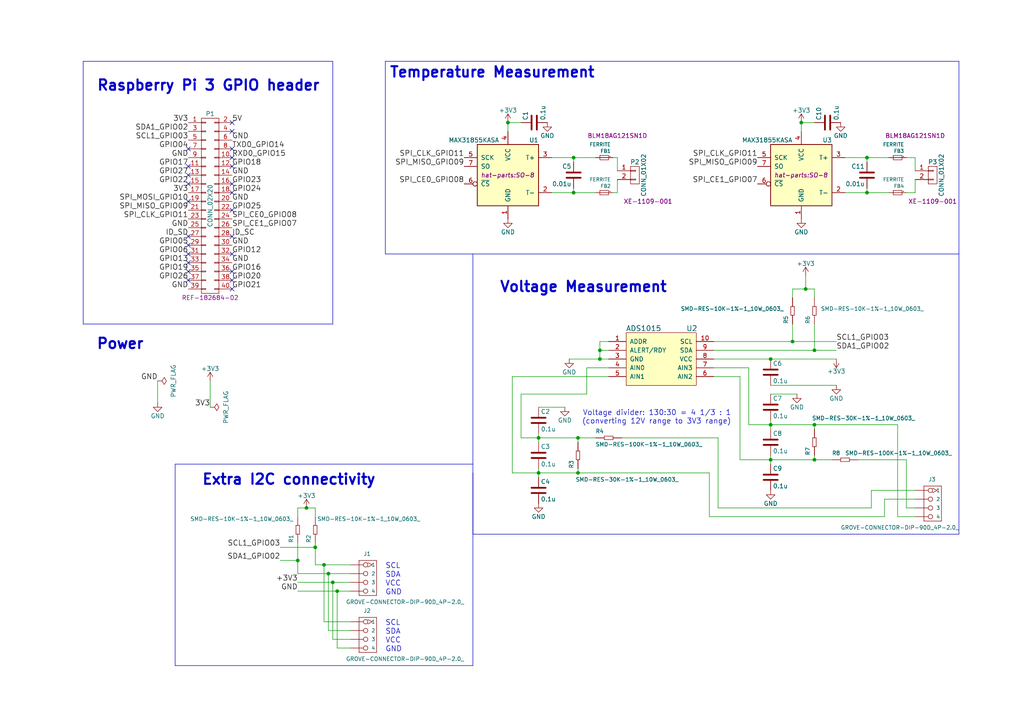
<source format=kicad_sch>
(kicad_sch (version 20230121) (generator eeschema)
  (paper "A4")
  (title_block (title "Overclocking Telemetry HAT for Raspberry Pi 3") (date "2017-05-19") (rev "2") (company "moonpunch.org") (comment 1 "CERN OHL 1.2"))
  (lib_symbols
    (symbol "hat-parts:ADS1015" (pin_names (offset 1.016))
      (property "Reference" "U" (at 8.89 8.89 0))
      (property "Value" "ADS1015" (at -5.08 8.89 0))
      (symbol "ADS1015_0_1"
        (rectangle (start -10.16 7.62) (end 10.16 -7.62) (fill (type background)))
      )
      (symbol "ADS1015_1_1"
        (pin input line (at -15.24 5.08 0) (length 5.08) (name "ADDR") (number "1"))
        (pin input line (at 15.24 5.08 180) (length 5.08) (name "SCL") (number "10"))
        (pin input line (at -15.24 2.54 0) (length 5.08) (name "ALERT/RDY") (number "2"))
        (pin power_in line (at -15.24 0 0) (length 5.08) (name "GND") (number "3"))
        (pin input line (at -15.24 -2.54 0) (length 5.08) (name "AIN0") (number "4"))
        (pin input line (at -15.24 -5.08 0) (length 5.08) (name "AIN1") (number "5"))
        (pin input line (at 15.24 -5.08 180) (length 5.08) (name "AIN2") (number "6"))
        (pin input line (at 15.24 -2.54 180) (length 5.08) (name "AIN3") (number "7"))
        (pin power_in line (at 15.24 0 180) (length 5.08) (name "VCC") (number "8"))
        (pin input line (at 15.24 2.54 180) (length 5.08) (name "SDA") (number "9"))
      )
    )
    (symbol "hat-parts:FERRITE" (pin_numbers hide) (pin_names (offset 1.016))
      (property "Reference" "FB" (at -1.905 -1.905 0))
      (property "Value" "FERRITE" (at -1.905 -3.81 0))
      (symbol "FERRITE_0_1"
        (circle (center -1.6764 -0.3556) (radius 0.0762))
        (rectangle (start -1.27 0.635) (end 1.27 -0.635))
      )
      (symbol "FERRITE_1_1"
        (pin passive line (at -2.54 0 0) (length 2.54) (name "~") (number "1"))
        (pin passive line (at 2.54 0 180) (length 2.54) (name "~") (number "2"))
      )
    )
    (symbol "octelehat-rescue:+3V3" (power) (pin_names (offset 0))
      (property "Value" "+3V3" (at 0 3.556 0))
      (symbol "+3V3_0_1"
        (polyline (pts (xy -0.762 1.27) (xy 0 2.54)))
        (polyline (pts (xy 0 0) (xy 0 2.54)))
        (polyline (pts (xy 0 2.54) (xy 0.762 1.27)))
      )
      (symbol "+3V3_1_1"
        (pin power_in line (at 0 0 90) (length 0) hide (name "+3V3") (number "1"))
      )
    )
    (symbol "octelehat-rescue:C" (pin_numbers hide) (pin_names (offset 0.254))
      (property "Reference" "C" (at 0.635 2.54 0))
      (property "Value" "C" (at 0.635 -2.54 0))
      (symbol "C_0_1"
        (polyline (pts (xy -2.032 -0.762) (xy 2.032 -0.762)) (stroke (width 0.508)))
        (polyline (pts (xy -2.032 0.762) (xy 2.032 0.762)) (stroke (width 0.508)))
      )
      (symbol "C_1_1"
        (pin passive line (at 0 3.81 270) (length 2.794) (name "~") (number "1"))
        (pin passive line (at 0 -3.81 90) (length 2.794) (name "~") (number "2"))
      )
    )
    (symbol "octelehat-rescue:CONN_01X02" (pin_names (offset 1.016) hide)
      (property "Reference" "J" (at 0 3.81 0))
      (property "Value" "CONN_01X02" (at 2.54 0 90))
      (symbol "CONN_01X02_0_1"
        (rectangle (start -1.27 -1.143) (end 0.254 -1.397))
        (rectangle (start -1.27 1.397) (end 0.254 1.143))
        (rectangle (start -1.27 2.54) (end 1.27 -2.54))
      )
      (symbol "CONN_01X02_1_1"
        (pin passive line (at -5.08 1.27 0) (length 3.81) (name "P1") (number "1"))
        (pin passive line (at -5.08 -1.27 0) (length 3.81) (name "P2") (number "2"))
      )
    )
    (symbol "octelehat-rescue:CONN_02X20" (pin_names (offset 0.0254) hide)
      (property "Reference" "J" (at 0 26.67 0))
      (property "Value" "CONN_02X20" (at 0 0 90))
      (symbol "CONN_02X20_0_1"
        (rectangle (start -2.54 -24.003) (end -1.27 -24.257))
        (rectangle (start -2.54 -21.463) (end -1.27 -21.717))
        (rectangle (start -2.54 -18.923) (end -1.27 -19.177))
        (rectangle (start -2.54 -16.383) (end -1.27 -16.637))
        (rectangle (start -2.54 -13.843) (end -1.27 -14.097))
        (rectangle (start -2.54 -11.303) (end -1.27 -11.557))
        (rectangle (start -2.54 -8.763) (end -1.27 -9.017))
        (rectangle (start -2.54 -6.223) (end -1.27 -6.477))
        (rectangle (start -2.54 -3.683) (end -1.27 -3.937))
        (rectangle (start -2.54 -1.143) (end -1.27 -1.397))
        (rectangle (start -2.54 1.397) (end -1.27 1.143))
        (rectangle (start -2.54 3.937) (end -1.27 3.683))
        (rectangle (start -2.54 6.477) (end -1.27 6.223))
        (rectangle (start -2.54 9.017) (end -1.27 8.763))
        (rectangle (start -2.54 11.557) (end -1.27 11.303))
        (rectangle (start -2.54 14.097) (end -1.27 13.843))
        (rectangle (start -2.54 16.637) (end -1.27 16.383))
        (rectangle (start -2.54 19.177) (end -1.27 18.923))
        (rectangle (start -2.54 21.717) (end -1.27 21.463))
        (rectangle (start -2.54 24.257) (end -1.27 24.003))
        (rectangle (start -2.54 25.4) (end 2.54 -25.4))
        (rectangle (start 1.27 -24.003) (end 2.54 -24.257))
        (rectangle (start 1.27 -21.463) (end 2.54 -21.717))
        (rectangle (start 1.27 -18.923) (end 2.54 -19.177))
        (rectangle (start 1.27 -16.383) (end 2.54 -16.637))
        (rectangle (start 1.27 -13.843) (end 2.54 -14.097))
        (rectangle (start 1.27 -11.303) (end 2.54 -11.557))
        (rectangle (start 1.27 -8.763) (end 2.54 -9.017))
        (rectangle (start 1.27 -6.223) (end 2.54 -6.477))
        (rectangle (start 1.27 -3.683) (end 2.54 -3.937))
        (rectangle (start 1.27 -1.143) (end 2.54 -1.397))
        (rectangle (start 1.27 1.397) (end 2.54 1.143))
        (rectangle (start 1.27 3.937) (end 2.54 3.683))
        (rectangle (start 1.27 6.477) (end 2.54 6.223))
        (rectangle (start 1.27 9.017) (end 2.54 8.763))
        (rectangle (start 1.27 11.557) (end 2.54 11.303))
        (rectangle (start 1.27 14.097) (end 2.54 13.843))
        (rectangle (start 1.27 16.637) (end 2.54 16.383))
        (rectangle (start 1.27 19.177) (end 2.54 18.923))
        (rectangle (start 1.27 21.717) (end 2.54 21.463))
        (rectangle (start 1.27 24.257) (end 2.54 24.003))
      )
      (symbol "CONN_02X20_1_1"
        (pin passive line (at -6.35 24.13 0) (length 3.81) (name "P1") (number "1"))
        (pin passive line (at 6.35 13.97 180) (length 3.81) (name "P10") (number "10"))
        (pin passive line (at -6.35 11.43 0) (length 3.81) (name "P11") (number "11"))
        (pin passive line (at 6.35 11.43 180) (length 3.81) (name "P12") (number "12"))
        (pin passive line (at -6.35 8.89 0) (length 3.81) (name "P13") (number "13"))
        (pin passive line (at 6.35 8.89 180) (length 3.81) (name "P14") (number "14"))
        (pin passive line (at -6.35 6.35 0) (length 3.81) (name "P15") (number "15"))
        (pin passive line (at 6.35 6.35 180) (length 3.81) (name "P16") (number "16"))
        (pin passive line (at -6.35 3.81 0) (length 3.81) (name "P17") (number "17"))
        (pin passive line (at 6.35 3.81 180) (length 3.81) (name "P18") (number "18"))
        (pin passive line (at -6.35 1.27 0) (length 3.81) (name "P19") (number "19"))
        (pin passive line (at 6.35 24.13 180) (length 3.81) (name "P2") (number "2"))
        (pin passive line (at 6.35 1.27 180) (length 3.81) (name "P20") (number "20"))
        (pin passive line (at -6.35 -1.27 0) (length 3.81) (name "P21") (number "21"))
        (pin passive line (at 6.35 -1.27 180) (length 3.81) (name "P22") (number "22"))
        (pin passive line (at -6.35 -3.81 0) (length 3.81) (name "P23") (number "23"))
        (pin passive line (at 6.35 -3.81 180) (length 3.81) (name "P24") (number "24"))
        (pin passive line (at -6.35 -6.35 0) (length 3.81) (name "P25") (number "25"))
        (pin passive line (at 6.35 -6.35 180) (length 3.81) (name "P26") (number "26"))
        (pin passive line (at -6.35 -8.89 0) (length 3.81) (name "P27") (number "27"))
        (pin passive line (at 6.35 -8.89 180) (length 3.81) (name "P28") (number "28"))
        (pin passive line (at -6.35 -11.43 0) (length 3.81) (name "P29") (number "29"))
        (pin passive line (at -6.35 21.59 0) (length 3.81) (name "P3") (number "3"))
        (pin passive line (at 6.35 -11.43 180) (length 3.81) (name "P30") (number "30"))
        (pin passive line (at -6.35 -13.97 0) (length 3.81) (name "P31") (number "31"))
        (pin passive line (at 6.35 -13.97 180) (length 3.81) (name "P32") (number "32"))
        (pin passive line (at -6.35 -16.51 0) (length 3.81) (name "P33") (number "33"))
        (pin passive line (at 6.35 -16.51 180) (length 3.81) (name "P34") (number "34"))
        (pin passive line (at -6.35 -19.05 0) (length 3.81) (name "P35") (number "35"))
        (pin passive line (at 6.35 -19.05 180) (length 3.81) (name "P36") (number "36"))
        (pin passive line (at -6.35 -21.59 0) (length 3.81) (name "P37") (number "37"))
        (pin passive line (at 6.35 -21.59 180) (length 3.81) (name "P38") (number "38"))
        (pin passive line (at -6.35 -24.13 0) (length 3.81) (name "P39") (number "39"))
        (pin passive line (at 6.35 21.59 180) (length 3.81) (name "P4") (number "4"))
        (pin passive line (at 6.35 -24.13 180) (length 3.81) (name "P40") (number "40"))
        (pin passive line (at -6.35 19.05 0) (length 3.81) (name "P5") (number "5"))
        (pin passive line (at 6.35 19.05 180) (length 3.81) (name "P6") (number "6"))
        (pin passive line (at -6.35 16.51 0) (length 3.81) (name "P7") (number "7"))
        (pin passive line (at 6.35 16.51 180) (length 3.81) (name "P8") (number "8"))
        (pin passive line (at -6.35 13.97 0) (length 3.81) (name "P9") (number "9"))
      )
    )
    (symbol "octelehat-rescue:GND" (power) (pin_names (offset 0))
      (property "Value" "GND" (at 0 -3.81 0))
      (symbol "GND_0_1"
        (polyline (pts (xy 0 0) (xy 0 -1.27) (xy 1.27 -1.27) (xy 0 -2.54) (xy -1.27 -1.27) (xy 0 -1.27)))
      )
      (symbol "GND_1_1"
        (pin power_in line (at 0 0 270) (length 0) hide (name "GND") (number "1"))
      )
    )
    (symbol "octelehat-rescue:GROVE-CONNECTOR-DIP-90D_4P-2.0_" (pin_numbers hide) (pin_names (offset 1.016))
      (property "Reference" "J" (at -6.35 6.35 0))
      (property "Value" "GROVE-CONNECTOR-DIP-90D_4P-2.0_" (at 0 6.35 0))
      (symbol "GROVE-CONNECTOR-DIP-90D_4P-2.0__1_0"
        (polyline (pts (xy -1.27 -5.08) (xy -1.27 5.08)))
        (polyline (pts (xy -1.27 5.08) (xy 3.81 5.08)))
        (polyline (pts (xy 3.81 -5.08) (xy -1.27 -5.08)))
        (polyline (pts (xy 3.81 5.08) (xy 3.81 -5.08)))
      )
      (symbol "GROVE-CONNECTOR-DIP-90D_4P-2.0__1_1"
        (pin bidirectional inverted_clock (at -3.81 3.81 0) (length 5.08) (name "1") (number "1"))
        (pin bidirectional inverted (at -3.81 1.27 0) (length 5.08) (name "2") (number "2"))
        (pin bidirectional inverted (at -3.81 -1.27 0) (length 5.08) (name "3") (number "3"))
        (pin bidirectional inverted (at -3.81 -3.81 0) (length 5.08) (name "4") (number "4"))
      )
    )
    (symbol "octelehat-rescue:MAX31855KASA-RESCUE-octelehat" (pin_names (offset 1.016))
      (property "Reference" "U" (at -8.89 10.16 0))
      (property "Value" "MAX31855KASA-RESCUE-octelehat" (at 2.54 10.16 0))
      (property "Footprint" "SO-8" (at 0 0 0))
      (symbol "MAX31855KASA-RESCUE-octelehat_0_1"
        (rectangle (start -8.89 8.89) (end 8.89 -8.89) (stroke (width 0.254)) (fill (type background)))
      )
      (symbol "MAX31855KASA-RESCUE-octelehat_1_1"
        (pin power_in line (at 0 -12.7 90) (length 3.81) (name "GND") (number "1"))
        (pin passive line (at -12.7 -5.08 0) (length 3.81) (name "T-") (number "2"))
        (pin passive line (at -12.7 5.08 0) (length 3.81) (name "T+") (number "3"))
        (pin power_in line (at 0 12.7 270) (length 3.81) (name "VCC") (number "4"))
        (pin input line (at 12.7 5.08 180) (length 3.81) (name "SCK") (number "5"))
        (pin input inverted (at 12.7 -2.54 180) (length 3.81) (name "~{CS}") (number "6"))
        (pin output line (at 12.7 2.54 180) (length 3.81) (name "SO") (number "7"))
      )
    )
    (symbol "octelehat-rescue:PWR_FLAG" (power) (pin_numbers hide) (pin_names (offset 0) hide)
      (property "Value" "PWR_FLAG" (at 0 3.81 0))
      (symbol "PWR_FLAG_0_0"
        (pin power_out line (at 0 0 90) (length 0) (name "pwr") (number "1"))
      )
      (symbol "PWR_FLAG_0_1"
        (polyline (pts (xy 0 0) (xy 0 1.27) (xy -1.016 1.905) (xy 0 2.54) (xy 1.016 1.905) (xy 0 1.27)))
      )
    )
    (symbol "octelehat-rescue:SMD-RES-100K-1%-1_10W_0603_" (pin_numbers hide) (pin_names (offset 1.016) hide)
      (property "Reference" "R" (at -3.81 1.27 0))
      (property "Value" "SMD-RES-100K-1%-1_10W_0603_" (at -3.81 -2.54 0))
      (symbol "SMD-RES-100K-1%-1_10W_0603__1_0"
        (polyline (pts (xy -1.27 -0.508) (xy -1.27 0.508)))
        (polyline (pts (xy -1.27 0.508) (xy 1.27 0.508)))
        (polyline (pts (xy 1.27 -0.508) (xy -1.27 -0.508)))
        (polyline (pts (xy 1.27 0.508) (xy 1.27 -0.508)))
      )
      (symbol "SMD-RES-100K-1%-1_10W_0603__1_1"
        (pin passive line (at -3.81 0 0) (length 2.54) (name "1") (number "1"))
        (pin passive line (at 3.81 0 180) (length 2.54) (name "2") (number "2"))
      )
    )
    (symbol "octelehat-rescue:SMD-RES-10K-1%-1_10W_0603_" (pin_numbers hide) (pin_names (offset 1.016) hide)
      (property "Reference" "R" (at -3.81 1.27 0))
      (property "Value" "SMD-RES-10K-1%-1_10W_0603_" (at -3.81 -2.54 0))
      (symbol "SMD-RES-10K-1%-1_10W_0603__1_0"
        (polyline (pts (xy -1.27 -0.508) (xy -1.27 0.508)))
        (polyline (pts (xy -1.27 0.508) (xy 1.27 0.508)))
        (polyline (pts (xy 1.27 -0.508) (xy -1.27 -0.508)))
        (polyline (pts (xy 1.27 0.508) (xy 1.27 -0.508)))
      )
      (symbol "SMD-RES-10K-1%-1_10W_0603__1_1"
        (pin passive line (at -3.81 0 0) (length 2.54) (name "1") (number "1"))
        (pin passive line (at 3.81 0 180) (length 2.54) (name "2") (number "2"))
      )
    )
    (symbol "octelehat-rescue:SMD-RES-30K-1%-1_10W_0603_" (pin_numbers hide) (pin_names (offset 1.016) hide)
      (property "Reference" "R" (at -3.81 1.27 0))
      (property "Value" "SMD-RES-30K-1%-1_10W_0603_" (at -3.81 -2.54 0))
      (symbol "SMD-RES-30K-1%-1_10W_0603__1_0"
        (polyline (pts (xy -1.27 -0.508) (xy -1.27 0.508)))
        (polyline (pts (xy -1.27 0.508) (xy 1.27 0.508)))
        (polyline (pts (xy 1.27 -0.508) (xy -1.27 -0.508)))
        (polyline (pts (xy 1.27 0.508) (xy 1.27 -0.508)))
      )
      (symbol "SMD-RES-30K-1%-1_10W_0603__1_1"
        (pin passive line (at -3.81 0 0) (length 2.54) (name "1") (number "1"))
        (pin passive line (at 3.81 0 180) (length 2.54) (name "2") (number "2"))
      )
    )
  )
  (junction (at 223.52 104.14))
  (junction (at 156.21 127))
  (junction (at 232.41 35.56))
  (junction (at 251.46 45.72))
  (junction (at 173.99 101.6))
  (junction (at 251.46 55.88))
  (junction (at 236.22 101.6))
  (junction (at 166.37 55.88))
  (junction (at 236.22 123.19))
  (junction (at 95.25 166.37))
  (junction (at 229.87 99.06))
  (junction (at 88.9 147.32))
  (junction (at 236.22 133.35))
  (junction (at 93.98 163.83))
  (junction (at 97.79 171.45))
  (junction (at 167.64 137.16))
  (junction (at 86.36 162.56))
  (junction (at 223.52 133.35))
  (junction (at 233.68 83.82))
  (junction (at 223.52 123.19))
  (junction (at 91.44 158.75))
  (junction (at 166.37 45.72))
  (junction (at 167.64 127))
  (junction (at 147.32 35.56))
  (junction (at 156.21 137.16))
  (junction (at 96.52 168.91))
  (junction (at 173.99 104.14))
  (no_connect (at 67.31 73.66))
  (no_connect (at 67.31 48.26))
  (no_connect (at 54.61 58.42))
  (no_connect (at 54.61 53.34))
  (no_connect (at 54.61 81.28))
  (no_connect (at 67.31 83.82))
  (no_connect (at 67.31 78.74))
  (no_connect (at 54.61 71.12))
  (no_connect (at 67.31 45.72))
  (no_connect (at 54.61 73.66))
  (no_connect (at 67.31 55.88))
  (no_connect (at 54.61 68.58))
  (no_connect (at 67.31 38.1))
  (no_connect (at 54.61 48.26))
  (no_connect (at 54.61 78.74))
  (no_connect (at 67.31 35.56))
  (no_connect (at 67.31 53.34))
  (no_connect (at 67.31 68.58))
  (no_connect (at 67.31 60.96))
  (no_connect (at 67.31 81.28))
  (no_connect (at 67.31 43.18))
  (no_connect (at 54.61 50.8))
  (no_connect (at 54.61 43.18))
  (no_connect (at 54.61 76.2))
  (wire (pts (xy 151.13 114.3) (xy 151.13 127)))
  (wire (pts (xy 180.34 127) (xy 208.28 127)))
  (wire (pts (xy 217.17 106.68) (xy 217.17 123.19)))
  (wire (pts (xy 166.37 45.72) (xy 172.72 45.72)))
  (wire (pts (xy 217.17 123.19) (xy 223.52 123.19)))
  (wire (pts (xy 251.46 45.72) (xy 251.46 46.99)))
  (wire (pts (xy 233.68 83.82) (xy 236.22 83.82)))
  (wire (pts (xy 86.36 168.91) (xy 96.52 168.91)))
  (wire (pts (xy 214.63 133.35) (xy 214.63 109.22)))
  (wire (pts (xy 91.44 163.83) (xy 91.44 158.75)))
  (wire (pts (xy 223.52 132.08) (xy 223.52 133.35)))
  (wire (pts (xy 96.52 185.42) (xy 101.6 185.42)))
  (wire (pts (xy 148.59 109.22) (xy 148.59 137.16)))
  (polyline (pts (xy 96.52 93.98) (xy 96.52 17.78)))
  (wire (pts (xy 177.8 45.72) (xy 179.07 45.72)))
  (wire (pts (xy 214.63 133.35) (xy 223.52 133.35)))
  (wire (pts (xy 86.36 162.56) (xy 86.36 157.48)))
  (wire (pts (xy 207.01 104.14) (xy 223.52 104.14)))
  (wire (pts (xy 262.89 55.88) (xy 265.43 55.88)))
  (wire (pts (xy 252.73 147.32) (xy 252.73 142.24)))
  (wire (pts (xy 86.36 171.45) (xy 97.79 171.45)))
  (wire (pts (xy 229.87 99.06) (xy 242.57 99.06)))
  (wire (pts (xy 251.46 55.88) (xy 257.81 55.88)))
  (wire (pts (xy 156.21 118.11) (xy 163.83 118.11)))
  (wire (pts (xy 156.21 127) (xy 167.64 127)))
  (wire (pts (xy 176.53 104.14) (xy 173.99 104.14)))
  (polyline (pts (xy 50.8 134.62) (xy 137.16 134.62)))
  (wire (pts (xy 173.99 104.14) (xy 165.1 104.14)))
  (wire (pts (xy 229.87 93.98) (xy 229.87 99.06)))
  (wire (pts (xy 229.87 83.82) (xy 233.68 83.82)))
  (wire (pts (xy 236.22 133.35) (xy 236.22 132.08)))
  (wire (pts (xy 101.6 187.96) (xy 97.79 187.96)))
  (wire (pts (xy 86.36 149.86) (xy 86.36 147.32)))
  (wire (pts (xy 86.36 162.56) (xy 81.28 162.56)))
  (wire (pts (xy 223.52 114.3) (xy 231.14 114.3)))
  (wire (pts (xy 236.22 123.19) (xy 260.35 123.19)))
  (wire (pts (xy 252.73 142.24) (xy 265.43 142.24)))
  (polyline (pts (xy 24.13 93.98) (xy 96.52 93.98)))
  (wire (pts (xy 265.43 45.72) (xy 265.43 49.53)))
  (wire (pts (xy 256.54 149.86) (xy 256.54 144.78)))
  (wire (pts (xy 93.98 180.34) (xy 101.6 180.34)))
  (wire (pts (xy 160.02 45.72) (xy 166.37 45.72)))
  (wire (pts (xy 208.28 127) (xy 208.28 147.32)))
  (polyline (pts (xy 278.13 17.78) (xy 111.76 17.78)))
  (wire (pts (xy 232.41 38.1) (xy 232.41 35.56)))
  (wire (pts (xy 167.64 137.16) (xy 205.74 137.16)))
  (wire (pts (xy 147.32 35.56) (xy 151.13 35.56)))
  (wire (pts (xy 208.28 147.32) (xy 252.73 147.32)))
  (wire (pts (xy 232.41 35.56) (xy 236.22 35.56)))
  (wire (pts (xy 256.54 144.78) (xy 265.43 144.78)))
  (wire (pts (xy 166.37 55.88) (xy 172.72 55.88)))
  (wire (pts (xy 223.52 133.35) (xy 236.22 133.35)))
  (wire (pts (xy 95.25 182.88) (xy 101.6 182.88)))
  (wire (pts (xy 251.46 54.61) (xy 251.46 55.88)))
  (wire (pts (xy 95.25 166.37) (xy 101.6 166.37)))
  (wire (pts (xy 236.22 83.82) (xy 236.22 86.36)))
  (wire (pts (xy 148.59 137.16) (xy 156.21 137.16)))
  (wire (pts (xy 96.52 168.91) (xy 101.6 168.91)))
  (wire (pts (xy 96.52 168.91) (xy 96.52 185.42)))
  (wire (pts (xy 60.96 110.49) (xy 60.96 118.11)))
  (wire (pts (xy 86.36 166.37) (xy 95.25 166.37)))
  (wire (pts (xy 177.8 55.88) (xy 179.07 55.88)))
  (polyline (pts (xy 137.16 73.66) (xy 137.16 154.94)))
  (wire (pts (xy 179.07 55.88) (xy 179.07 52.07)))
  (wire (pts (xy 223.52 123.19) (xy 236.22 123.19)))
  (wire (pts (xy 97.79 187.96) (xy 97.79 171.45)))
  (wire (pts (xy 91.44 147.32) (xy 91.44 149.86)))
  (polyline (pts (xy 24.13 17.78) (xy 24.13 93.98)))
  (wire (pts (xy 236.22 133.35) (xy 241.3 133.35)))
  (wire (pts (xy 45.72 116.84) (xy 45.72 110.49)))
  (wire (pts (xy 91.44 163.83) (xy 93.98 163.83)))
  (polyline (pts (xy 111.76 17.78) (xy 111.76 73.66)))
  (wire (pts (xy 156.21 137.16) (xy 156.21 138.43)))
  (wire (pts (xy 251.46 45.72) (xy 257.81 45.72)))
  (wire (pts (xy 214.63 109.22) (xy 207.01 109.22)))
  (wire (pts (xy 166.37 55.88) (xy 166.37 54.61)))
  (wire (pts (xy 167.64 128.27) (xy 167.64 127)))
  (wire (pts (xy 156.21 127) (xy 156.21 128.27)))
  (wire (pts (xy 223.52 104.14) (xy 242.57 104.14)))
  (wire (pts (xy 173.99 101.6) (xy 173.99 104.14)))
  (wire (pts (xy 265.43 55.88) (xy 265.43 52.07)))
  (wire (pts (xy 91.44 158.75) (xy 91.44 157.48)))
  (wire (pts (xy 223.52 123.19) (xy 223.52 124.46)))
  (wire (pts (xy 205.74 149.86) (xy 256.54 149.86)))
  (wire (pts (xy 207.01 101.6) (xy 236.22 101.6)))
  (wire (pts (xy 93.98 163.83) (xy 101.6 163.83)))
  (wire (pts (xy 166.37 45.72) (xy 166.37 46.99)))
  (wire (pts (xy 151.13 127) (xy 156.21 127)))
  (wire (pts (xy 207.01 106.68) (xy 217.17 106.68)))
  (wire (pts (xy 223.52 111.76) (xy 242.57 111.76)))
  (wire (pts (xy 167.64 127) (xy 172.72 127)))
  (polyline (pts (xy 111.76 73.66) (xy 278.13 73.66)))
  (polyline (pts (xy 137.16 137.16) (xy 137.16 193.04)))
  (polyline (pts (xy 278.13 17.78) (xy 278.13 154.94)))
  (wire (pts (xy 156.21 125.73) (xy 156.21 127)))
  (wire (pts (xy 223.52 121.92) (xy 223.52 123.19)))
  (wire (pts (xy 176.53 109.22) (xy 148.59 109.22)))
  (wire (pts (xy 86.36 166.37) (xy 86.36 162.56)))
  (wire (pts (xy 173.99 99.06) (xy 173.99 101.6)))
  (wire (pts (xy 176.53 106.68) (xy 170.18 106.68)))
  (polyline (pts (xy 137.16 154.94) (xy 278.13 154.94)))
  (wire (pts (xy 245.11 45.72) (xy 251.46 45.72)))
  (wire (pts (xy 176.53 99.06) (xy 173.99 99.06)))
  (wire (pts (xy 86.36 147.32) (xy 88.9 147.32)))
  (wire (pts (xy 160.02 55.88) (xy 166.37 55.88)))
  (wire (pts (xy 156.21 137.16) (xy 167.64 137.16)))
  (wire (pts (xy 156.21 135.89) (xy 156.21 137.16)))
  (wire (pts (xy 93.98 163.83) (xy 93.98 180.34)))
  (wire (pts (xy 179.07 45.72) (xy 179.07 49.53)))
  (polyline (pts (xy 96.52 17.78) (xy 24.13 17.78)))
  (wire (pts (xy 262.89 147.32) (xy 265.43 147.32)))
  (wire (pts (xy 262.89 45.72) (xy 265.43 45.72)))
  (wire (pts (xy 248.92 133.35) (xy 262.89 133.35)))
  (wire (pts (xy 205.74 137.16) (xy 205.74 149.86)))
  (wire (pts (xy 236.22 123.19) (xy 236.22 124.46)))
  (wire (pts (xy 245.11 55.88) (xy 251.46 55.88)))
  (wire (pts (xy 95.25 166.37) (xy 95.25 182.88)))
  (polyline (pts (xy 50.8 193.04) (xy 50.8 134.62)))
  (wire (pts (xy 260.35 123.19) (xy 260.35 149.86)))
  (wire (pts (xy 97.79 171.45) (xy 101.6 171.45)))
  (wire (pts (xy 233.68 83.82) (xy 233.68 80.01)))
  (wire (pts (xy 176.53 101.6) (xy 173.99 101.6)))
  (wire (pts (xy 207.01 99.06) (xy 229.87 99.06)))
  (polyline (pts (xy 137.16 193.04) (xy 50.8 193.04)))
  (wire (pts (xy 260.35 149.86) (xy 265.43 149.86)))
  (wire (pts (xy 236.22 93.98) (xy 236.22 101.6)))
  (wire (pts (xy 236.22 101.6) (xy 242.57 101.6)))
  (wire (pts (xy 91.44 158.75) (xy 81.28 158.75)))
  (wire (pts (xy 229.87 86.36) (xy 229.87 83.82)))
  (wire (pts (xy 170.18 106.68) (xy 170.18 114.3)))
  (wire (pts (xy 167.64 137.16) (xy 167.64 135.89)))
  (wire (pts (xy 223.52 133.35) (xy 223.52 134.62)))
  (wire (pts (xy 170.18 114.3) (xy 151.13 114.3)))
  (wire (pts (xy 88.9 147.32) (xy 91.44 147.32)))
  (wire (pts (xy 147.32 38.1) (xy 147.32 35.56)))
  (wire (pts (xy 262.89 133.35) (xy 262.89 147.32)))
  (text "Raspberry Pi 3 GPIO header" (at 27.94 26.67 0) (effects (font (size 2.9972 2.9972) (thickness 0.5994) bold) (justify left bottom)))
  (text "VCC" (at 111.76 170.18 0) (effects (font (size 1.524 1.524)) (justify left bottom)))
  (text "GND" (at 111.76 172.72 0) (effects (font (size 1.524 1.524)) (justify left bottom)))
  (text "VCC" (at 111.76 186.69 0) (effects (font (size 1.524 1.524)) (justify left bottom)))
  (text "Power" (at 41.91 101.6 0) (effects (font (size 2.9972 2.9972) (thickness 0.5994) bold) (justify right bottom)))
  (text "SDA" (at 111.76 184.15 0) (effects (font (size 1.524 1.524)) (justify left bottom)))
  (text "SDA" (at 111.76 167.64 0) (effects (font (size 1.524 1.524)) (justify left bottom)))
  (text "Voltage divider: 130:30 = 4 1/3 : 1\n(converting 12V range to 3V3 range)" (at 212.09 123.19 0) (effects (font (size 1.524 1.524)) (justify right bottom)))
  (text "GND" (at 111.76 189.23 0) (effects (font (size 1.524 1.524)) (justify left bottom)))
  (text "Extra I2C connectivity\n" (at 58.42 140.97 0) (effects (font (size 2.9972 2.9972) (thickness 0.5994) bold) (justify left bottom)))
  (text "Temperature Measurement" (at 172.72 22.86 0) (effects (font (size 2.9972 2.9972) (thickness 0.5994) bold) (justify right bottom)))
  (text "SCL" (at 111.76 181.61 0) (effects (font (size 1.524 1.524)) (justify left bottom)))
  (text "Voltage Measurement" (at 144.78 85.09 0) (effects (font (size 2.9972 2.9972) (thickness 0.5994) bold) (justify left bottom)))
  (text "SCL" (at 111.76 165.1 0) (effects (font (size 1.524 1.524)) (justify left bottom)))
  (label "SPI_MISO_GPIO09" (at 134.62 48.26 180) (effects (font (size 1.524 1.524))))
  (label "GPIO17" (at 54.61 48.26 180) (effects (font (size 1.524 1.524))))
  (label "GND" (at 67.31 50.8 0) (effects (font (size 1.524 1.524))))
  (label "GPIO21" (at 67.31 83.82 0) (effects (font (size 1.524 1.524))))
  (label "GPIO12" (at 67.31 73.66 0) (effects (font (size 1.524 1.524))))
  (label "SPI_MISO_GPIO09" (at 219.71 48.26 180) (effects (font (size 1.524 1.524))))
  (label "GND" (at 67.31 76.2 0) (effects (font (size 1.524 1.524))))
  (label "SDA1_GPIO02" (at 81.28 162.56 180) (effects (font (size 1.524 1.524))))
  (label "GPIO13" (at 54.61 76.2 180) (effects (font (size 1.524 1.524))))
  (label "SDA1_GPIO02" (at 54.61 38.1 180) (effects (font (size 1.524 1.524))))
  (label "SPI_CLK_GPIO11" (at 54.61 63.5 180) (effects (font (size 1.524 1.524))))
  (label "GPIO18" (at 67.31 48.26 0) (effects (font (size 1.524 1.524))))
  (label "SPI_CE1_GPIO07" (at 219.71 53.34 180) (effects (font (size 1.524 1.524))))
  (label "GND" (at 45.72 110.49 180) (effects (font (size 1.524 1.524))))
  (label "GPIO26" (at 54.61 81.28 180) (effects (font (size 1.524 1.524))))
  (label "3V3" (at 54.61 55.88 180) (effects (font (size 1.524 1.524))))
  (label "GND" (at 67.31 71.12 0) (effects (font (size 1.524 1.524))))
  (label "SPI_CLK_GPIO11" (at 219.71 45.72 180) (effects (font (size 1.524 1.524))))
  (label "GND" (at 67.31 58.42 0) (effects (font (size 1.524 1.524))))
  (label "GPIO22" (at 54.61 53.34 180) (effects (font (size 1.524 1.524))))
  (label "GPIO16" (at 67.31 78.74 0) (effects (font (size 1.524 1.524))))
  (label "GND" (at 67.31 40.64 0) (effects (font (size 1.524 1.524))))
  (label "GPIO20" (at 67.31 81.28 0) (effects (font (size 1.524 1.524))))
  (label "GPIO27" (at 54.61 50.8 180) (effects (font (size 1.524 1.524))))
  (label "TXD0_GPIO14" (at 67.31 43.18 0) (effects (font (size 1.524 1.524))))
  (label "SPI_CE0_GPIO08" (at 134.62 53.34 180) (effects (font (size 1.524 1.524))))
  (label "GPIO24" (at 67.31 55.88 0) (effects (font (size 1.524 1.524))))
  (label "GPIO05" (at 54.61 71.12 180) (effects (font (size 1.524 1.524))))
  (label "5V" (at 67.31 35.56 0) (effects (font (size 1.524 1.524))))
  (label "GND" (at 54.61 45.72 180) (effects (font (size 1.524 1.524))))
  (label "3V3" (at 60.96 118.11 180) (effects (font (size 1.524 1.524))))
  (label "SPI_CLK_GPIO11" (at 134.62 45.72 180) (effects (font (size 1.524 1.524))))
  (label "ID_SC" (at 67.31 68.58 0) (effects (font (size 1.524 1.524))))
  (label "SCL1_GPIO03" (at 54.61 40.64 180) (effects (font (size 1.524 1.524))))
  (label "RXD0_GPIO15" (at 67.31 45.72 0) (effects (font (size 1.524 1.524))))
  (label "SPI_CE0_GPIO08" (at 67.31 63.5 0) (effects (font (size 1.524 1.524))))
  (label "GND" (at 54.61 83.82 180) (effects (font (size 1.524 1.524))))
  (label "SDA1_GPIO02" (at 242.57 101.6 0) (effects (font (size 1.524 1.524))))
  (label "+3V3" (at 86.36 168.91 180) (effects (font (size 1.524 1.524))))
  (label "GPIO06" (at 54.61 73.66 180) (effects (font (size 1.524 1.524))))
  (label "GPIO19" (at 54.61 78.74 180) (effects (font (size 1.524 1.524))))
  (label "GND" (at 54.61 66.04 180) (effects (font (size 1.524 1.524))))
  (label "SPI_MOSI_GPIO10" (at 54.61 58.42 180) (effects (font (size 1.524 1.524))))
  (label "GPIO04" (at 54.61 43.18 180) (effects (font (size 1.524 1.524))))
  (label "3V3" (at 54.61 35.56 180) (effects (font (size 1.524 1.524))))
  (label "SPI_MISO_GPIO09" (at 54.61 60.96 180) (effects (font (size 1.524 1.524))))
  (label "ID_SD" (at 54.61 68.58 180) (effects (font (size 1.524 1.524))))
  (label "GPIO25" (at 67.31 60.96 0) (effects (font (size 1.524 1.524))))
  (label "SPI_CE1_GPIO07" (at 67.31 66.04 0) (effects (font (size 1.524 1.524))))
  (label "SCL1_GPIO03" (at 242.57 99.06 0) (effects (font (size 1.524 1.524))))
  (label "GND" (at 86.36 171.45 180) (effects (font (size 1.524 1.524))))
  (label "GPIO23" (at 67.31 53.34 0) (effects (font (size 1.524 1.524))))
  (label "SCL1_GPIO03" (at 81.28 158.75 180) (effects (font (size 1.524 1.524))))
  (symbol (lib_id "octelehat-rescue:CONN_02X20") (at 60.96 59.69 0) (unit 1)
    (property "Reference" "P1" (at 60.96 33.02 0))
    (property "Value" "CONN_02X20" (at 60.96 59.69 90))
    (property "Footprint" "Socket_Strips:Socket_Strip_Straight_2x20_Pitch2.54mm" (effects hide))
    (property "Datasheet" "https://www.toby.co.uk/datasheets/section4/REF-18xxxx-0x.pdf?revDate=17112016113546" (effects hide))
    (property "Manufacturer" "Toby Electronics" (effects hide))
    (property "MPN" "REF-182684-02" (at 60.96 86.36 0))
  )
  (symbol (lib_id "octelehat-rescue:MAX31855KASA-RESCUE-octelehat") (at 147.32 50.8 0) (mirror y) (unit 1)
    (property "Reference" "U1" (at 156.21 40.64 0) (effects (justify left)))
    (property "Value" "MAX31855KASA" (at 144.78 40.64 0) (effects (justify left)))
    (property "Footprint" "hat-parts:SO-8" (at 147.32 50.8 0) (effects (font italic)))
    (property "Datasheet" "http://www.mouser.com/ds/2/256/MAX31855-73339.pdf" (effects hide))
    (property "Manufacturer" "Maxim Integrated" (effects hide))
    (property "MPN" "MAX31855KASA" (effects hide))
  )
  (symbol (lib_id "octelehat-rescue:MAX31855KASA-RESCUE-octelehat") (at 232.41 50.8 0) (mirror y) (unit 1)
    (property "Reference" "U3" (at 241.3 40.64 0) (effects (justify left)))
    (property "Value" "MAX31855KASA" (at 229.87 40.64 0) (effects (justify left)))
    (property "Footprint" "hat-parts:SO-8" (at 232.41 50.8 0) (effects (font italic)))
    (property "Datasheet" "http://www.mouser.com/ds/2/256/MAX31855-73339.pdf" (effects hide))
    (property "Manufacturer" "Maxim Integrated" (effects hide))
    (property "MPN" "MAX31855KASA" (effects hide))
  )
  (symbol (lib_id "octelehat-rescue:CONN_01X02") (at 184.15 50.8 0) (unit 1)
    (property "Reference" "P2" (at 184.15 46.99 0))
    (property "Value" "CONN_01X02" (at 186.69 50.8 90))
    (property "Footprint" "hat-parts:Thermocouple" (effects hide))
    (property "Datasheet" "https://www.labfacility.com/media/attachment/file/pdfs/data-sheet-iec-pcb-mounting-socket.pdf" (effects hide))
    (property "Manufacturer" "Labfacility" (effects hide))
    (property "MPN" "XE-1109-001" (at 187.96 58.42 0))
    (property "Manufacturer2" "RS Pro" (effects hide))
    (property "MPN2" "381-7564" (effects hide))
  )
  (symbol (lib_id "octelehat-rescue:C") (at 166.37 50.8 0) (mirror y) (unit 1)
    (property "Reference" "C5" (at 165.735 48.26 0) (effects (justify left)))
    (property "Value" "0.01u" (at 165.735 53.34 0) (effects (justify left)))
    (property "Footprint" "Capacitors_SMD:C_0402" (effects hide))
    (property "Datasheet" "https://statics3.seeedstudio.com/images/opl/datasheet/302010006.pdf" (effects hide))
    (property "Manufacturer" "Yageo" (effects hide))
    (property "MPN" "CC0402KRX7R9BB103" (effects hide))
    (property "SKU" "302010006" (effects hide))
  )
  (symbol (lib_id "octelehat-rescue:C") (at 154.94 35.56 90) (unit 1)
    (property "Reference" "C1" (at 152.4 34.925 0) (effects (justify left)))
    (property "Value" "0.1u" (at 157.48 34.925 0) (effects (justify left)))
    (property "Footprint" "Capacitors_SMD:C_0402" (effects hide))
    (property "Datasheet" "https://statics3.seeedstudio.com/images/opl/datasheet/302010024.pdf" (effects hide))
    (property "Manufacturer" "Yageo" (effects hide))
    (property "MPN" "CC0402KRX7R8BB104" (effects hide))
    (property "SKU" "302010024" (effects hide))
  )
  (symbol (lib_id "hat-parts:ADS1015") (at 191.77 104.14 0) (unit 1)
    (property "Reference" "U2" (at 200.66 95.25 0) (effects (font (size 1.524 1.524))))
    (property "Value" "ADS1015" (at 186.69 95.25 0) (effects (font (size 1.524 1.524))))
    (property "Footprint" "Housings_SSOP:TSSOP-10_3x3mm_Pitch0.5mm" (effects hide))
    (property "Datasheet" "http://www.ti.com/lit/ds/symlink/ads1015.pdf" (effects hide))
    (property "MPN" "ADS1015IDGSR" (effects hide))
    (property "Manufacturer" "Texas Instruments" (effects hide))
  )
  (symbol (lib_id "octelehat-rescue:GND") (at 45.72 116.84 0) (unit 1)
    (property "Reference" "#PWR01" (effects hide))
    (property "Value" "GND" (at 45.72 120.65 0))
  )
  (symbol (lib_id "octelehat-rescue:+3V3") (at 60.96 110.49 0) (unit 1)
    (property "Reference" "#PWR02" (effects hide))
    (property "Value" "+3V3" (at 60.96 106.934 0))
  )
  (symbol (lib_id "octelehat-rescue:PWR_FLAG") (at 45.72 110.49 270) (unit 1)
    (property "Reference" "#FLG03" (effects hide))
    (property "Value" "PWR_FLAG" (at 50.292 110.49 0))
  )
  (symbol (lib_id "octelehat-rescue:PWR_FLAG") (at 60.96 118.11 270) (unit 1)
    (property "Reference" "#FLG04" (effects hide))
    (property "Value" "PWR_FLAG" (at 65.532 118.11 0))
  )
  (symbol (lib_id "hat-parts:FERRITE") (at 175.26 45.72 180) (unit 1)
    (property "Reference" "FB1" (at 177.165 43.815 0) (effects (font (size 1.016 1.016)) (justify left)))
    (property "Value" "FERRITE" (at 177.165 41.91 0) (effects (font (size 1.016 1.016)) (justify left)))
    (property "Footprint" "SeeedOPL-Inductor-2016:L0603" (effects hide))
    (property "Datasheet" "https://statics3.seeedstudio.com/images/opl/datasheet/0900120P1.pdf" (effects hide))
    (property "Manufacturer" "Murata" (effects hide))
    (property "MPN" "BLM18AG121SN1D" (at 179.07 39.37 0))
    (property "SKU" "303030001" (effects hide))
    (property "Manufacturer2" "Taiyo Yuden" (effects hide))
    (property "MPN2" "BK1608HW121-T" (effects hide))
  )
  (symbol (lib_id "octelehat-rescue:GND") (at 223.52 142.24 0) (unit 1)
    (property "Reference" "#PWR05" (effects hide))
    (property "Value" "GND" (at 223.52 146.05 0))
  )
  (symbol (lib_id "octelehat-rescue:GND") (at 242.57 111.76 0) (unit 1)
    (property "Reference" "#PWR06" (effects hide))
    (property "Value" "GND" (at 242.57 115.57 0))
  )
  (symbol (lib_id "octelehat-rescue:GND") (at 231.14 114.3 0) (unit 1)
    (property "Reference" "#PWR07" (effects hide))
    (property "Value" "GND" (at 231.14 118.11 0))
  )
  (symbol (lib_id "octelehat-rescue:GND") (at 232.41 63.5 0) (unit 1)
    (property "Reference" "#PWR08" (effects hide))
    (property "Value" "GND" (at 232.41 67.31 0))
  )
  (symbol (lib_id "octelehat-rescue:GND") (at 147.32 63.5 0) (unit 1)
    (property "Reference" "#PWR09" (effects hide))
    (property "Value" "GND" (at 147.32 67.31 0))
  )
  (symbol (lib_id "octelehat-rescue:GND") (at 243.84 35.56 0) (unit 1)
    (property "Reference" "#PWR010" (effects hide))
    (property "Value" "GND" (at 243.84 39.37 0))
  )
  (symbol (lib_id "octelehat-rescue:+3V3") (at 232.41 35.56 0) (unit 1)
    (property "Reference" "#PWR011" (effects hide))
    (property "Value" "+3V3" (at 232.41 32.004 0))
  )
  (symbol (lib_id "octelehat-rescue:+3V3") (at 242.57 104.14 180) (unit 1)
    (property "Reference" "#PWR012" (effects hide))
    (property "Value" "+3V3" (at 242.57 107.696 0))
  )
  (symbol (lib_id "octelehat-rescue:GND") (at 158.75 35.56 0) (unit 1)
    (property "Reference" "#PWR013" (effects hide))
    (property "Value" "GND" (at 158.75 39.37 0))
  )
  (symbol (lib_id "octelehat-rescue:+3V3") (at 147.32 35.56 0) (unit 1)
    (property "Reference" "#PWR014" (effects hide))
    (property "Value" "+3V3" (at 147.32 32.004 0))
  )
  (symbol (lib_id "octelehat-rescue:+3V3") (at 88.9 147.32 0) (unit 1)
    (property "Reference" "#PWR015" (effects hide))
    (property "Value" "+3V3" (at 88.9 143.764 0))
  )
  (symbol (lib_id "octelehat-rescue:+3V3") (at 233.68 80.01 0) (unit 1)
    (property "Reference" "#PWR016" (effects hide))
    (property "Value" "+3V3" (at 233.68 76.454 0))
  )
  (symbol (lib_id "octelehat-rescue:GND") (at 165.1 104.14 0) (unit 1)
    (property "Reference" "#PWR017" (effects hide))
    (property "Value" "GND" (at 165.1 107.95 0))
  )
  (symbol (lib_id "octelehat-rescue:GND") (at 163.83 118.11 0) (unit 1)
    (property "Reference" "#PWR018" (effects hide))
    (property "Value" "GND" (at 163.83 121.92 0))
  )
  (symbol (lib_id "octelehat-rescue:GND") (at 156.21 146.05 0) (unit 1)
    (property "Reference" "#PWR019" (effects hide))
    (property "Value" "GND" (at 156.21 149.86 0))
  )
  (symbol (lib_id "hat-parts:FERRITE") (at 175.26 55.88 180) (unit 1)
    (property "Reference" "FB2" (at 177.165 53.975 0) (effects (font (size 1.016 1.016)) (justify left)))
    (property "Value" "FERRITE" (at 177.165 52.07 0) (effects (font (size 1.016 1.016)) (justify left)))
    (property "Footprint" "SeeedOPL-Inductor-2016:L0603" (effects hide))
    (property "Datasheet" "https://statics3.seeedstudio.com/images/opl/datasheet/0900120P1.pdf" (effects hide))
    (property "Manufacturer" "Murata" (effects hide))
    (property "MPN" "BLM18AG121SN1D" (effects hide))
    (property "SKU" "303030001" (effects hide))
    (property "Manufacturer2" "Taiyo Yuden" (effects hide))
    (property "MPN2" "BK1608HW121-T" (effects hide))
  )
  (symbol (lib_id "hat-parts:FERRITE") (at 260.35 45.72 180) (unit 1)
    (property "Reference" "FB3" (at 262.255 43.815 0) (effects (font (size 1.016 1.016)) (justify left)))
    (property "Value" "FERRITE" (at 262.255 41.91 0) (effects (font (size 1.016 1.016)) (justify left)))
    (property "Footprint" "SeeedOPL-Inductor-2016:L0603" (effects hide))
    (property "Datasheet" "https://statics3.seeedstudio.com/images/opl/datasheet/0900120P1.pdf" (effects hide))
    (property "Manufacturer" "Murata" (effects hide))
    (property "MPN" "BLM18AG121SN1D" (at 265.43 39.37 0))
    (property "SKU" "303030001" (effects hide))
    (property "Manufacturer2" "Taiyo Yuden" (effects hide))
    (property "MPN2" "BK1608HW121-T" (effects hide))
  )
  (symbol (lib_id "hat-parts:FERRITE") (at 260.35 55.88 180) (unit 1)
    (property "Reference" "FB4" (at 262.255 53.975 0) (effects (font (size 1.016 1.016)) (justify left)))
    (property "Value" "FERRITE" (at 262.255 52.07 0) (effects (font (size 1.016 1.016)) (justify left)))
    (property "Footprint" "SeeedOPL-Inductor-2016:L0603" (effects hide))
    (property "Datasheet" "https://statics3.seeedstudio.com/images/opl/datasheet/0900120P1.pdf" (effects hide))
    (property "Manufacturer" "Murata" (effects hide))
    (property "MPN" "BLM18AG121SN1D" (effects hide))
    (property "SKU" "303030001" (effects hide))
    (property "Manufacturer2" "Taiyo Yuden" (effects hide))
    (property "MPN2" "BK1608HW121-T" (effects hide))
  )
  (symbol (lib_id "octelehat-rescue:CONN_01X02") (at 270.51 50.8 0) (unit 1)
    (property "Reference" "P3" (at 270.51 46.99 0))
    (property "Value" "CONN_01X02" (at 273.05 50.8 90))
    (property "Footprint" "hat-parts:Thermocouple" (effects hide))
    (property "Datasheet" "https://www.labfacility.com/media/attachment/file/pdfs/data-sheet-iec-pcb-mounting-socket.pdf" (effects hide))
    (property "Manufacturer" "Labfacility" (effects hide))
    (property "MPN" "XE-1109-001" (at 270.51 58.42 0))
    (property "Manufacturer2" "RS Pro" (effects hide))
    (property "MPN2" "381-7564" (effects hide))
  )
  (symbol (lib_id "octelehat-rescue:C") (at 251.46 50.8 0) (mirror y) (unit 1)
    (property "Reference" "C11" (at 250.825 48.26 0) (effects (justify left)))
    (property "Value" "0.01u" (at 250.825 53.34 0) (effects (justify left)))
    (property "Footprint" "Capacitors_SMD:C_0402" (effects hide))
    (property "Datasheet" "https://statics3.seeedstudio.com/images/opl/datasheet/302010006.pdf" (effects hide))
    (property "Manufacturer" "Yageo" (effects hide))
    (property "MPN" "CC0402KRX7R9BB103" (effects hide))
    (property "SKU" "302010006" (effects hide))
  )
  (symbol (lib_id "octelehat-rescue:C") (at 240.03 35.56 90) (unit 1)
    (property "Reference" "C10" (at 237.49 34.925 0) (effects (justify left)))
    (property "Value" "0.1u" (at 242.57 34.925 0) (effects (justify left)))
    (property "Footprint" "Capacitors_SMD:C_0402" (effects hide))
    (property "Datasheet" "https://statics3.seeedstudio.com/images/opl/datasheet/302010024.pdf" (effects hide))
    (property "Manufacturer" "Yageo" (effects hide))
    (property "MPN" "CC0402KRX7R8BB104" (effects hide))
    (property "SKU" "302010024" (effects hide))
  )
  (symbol (lib_id "octelehat-rescue:C") (at 156.21 121.92 0) (unit 1)
    (property "Reference" "C2" (at 156.845 119.38 0) (effects (justify left)))
    (property "Value" "0.1u" (at 156.845 124.46 0) (effects (justify left)))
    (property "Footprint" "Capacitors_SMD:C_0402" (effects hide))
    (property "Datasheet" "https://statics3.seeedstudio.com/images/opl/datasheet/302010024.pdf" (effects hide))
    (property "Manufacturer" "Yageo" (effects hide))
    (property "MPN" "CC0402KRX7R8BB104" (effects hide))
    (property "SKU" "302010024" (effects hide))
  )
  (symbol (lib_id "octelehat-rescue:C") (at 223.52 107.95 0) (unit 1)
    (property "Reference" "C6" (at 224.155 105.41 0) (effects (justify left)))
    (property "Value" "0.1u" (at 224.155 110.49 0) (effects (justify left)))
    (property "Footprint" "Capacitors_SMD:C_0402" (effects hide))
    (property "Datasheet" "https://statics3.seeedstudio.com/images/opl/datasheet/302010024.pdf" (effects hide))
    (property "Manufacturer" "Yageo" (effects hide))
    (property "MPN" "CC0402KRX7R8BB104" (effects hide))
    (property "SKU" "302010024" (effects hide))
  )
  (symbol (lib_id "octelehat-rescue:GROVE-CONNECTOR-DIP-90D_4P-2.0_") (at 269.24 146.05 0) (unit 1)
    (property "Reference" "J3" (at 269.24 139.7 0) (effects (font (size 1.143 1.143)) (justify left bottom)))
    (property "Value" "GROVE-CONNECTOR-DIP-90D_4P-2.0_" (at 243.84 153.67 0) (effects (font (size 1.143 1.143)) (justify left bottom)))
    (property "Footprint" "SeeedOPL-Connector-2016:HW4-2.0-90D" (effects hide))
    (property "Datasheet" "https://statics3.seeedstudio.com/images/opl/datasheet/3470140P1.pdf" (effects hide))
    (property "Manufacturer" "Taifeng" (effects hide))
    (property "MPN" "1125R-4P" (effects hide))
    (property "SKU" "320110034" (effects hide))
  )
  (symbol (lib_id "octelehat-rescue:C") (at 223.52 118.11 0) (unit 1)
    (property "Reference" "C7" (at 224.155 115.57 0) (effects (justify left)))
    (property "Value" "0.1u" (at 224.155 120.65 0) (effects (justify left)))
    (property "Footprint" "Capacitors_SMD:C_0402" (effects hide))
    (property "Datasheet" "https://statics3.seeedstudio.com/images/opl/datasheet/302010024.pdf" (effects hide))
    (property "Manufacturer" "Yageo" (effects hide))
    (property "MPN" "CC0402KRX7R8BB104" (effects hide))
    (property "SKU" "302010024" (effects hide))
  )
  (symbol (lib_id "octelehat-rescue:C") (at 223.52 128.27 0) (unit 1)
    (property "Reference" "C8" (at 224.155 125.73 0) (effects (justify left)))
    (property "Value" "0.1u" (at 224.155 130.81 0) (effects (justify left)))
    (property "Footprint" "Capacitors_SMD:C_0402" (effects hide))
    (property "Datasheet" "https://statics3.seeedstudio.com/images/opl/datasheet/302010024.pdf" (effects hide))
    (property "Manufacturer" "Yageo" (effects hide))
    (property "MPN" "CC0402KRX7R8BB104" (effects hide))
    (property "SKU" "302010024" (effects hide))
  )
  (symbol (lib_id "octelehat-rescue:C") (at 223.52 138.43 0) (unit 1)
    (property "Reference" "C9" (at 224.155 135.89 0) (effects (justify left)))
    (property "Value" "0.1u" (at 224.155 140.97 0) (effects (justify left)))
    (property "Footprint" "Capacitors_SMD:C_0402" (effects hide))
    (property "Datasheet" "https://statics3.seeedstudio.com/images/opl/datasheet/302010024.pdf" (effects hide))
    (property "Manufacturer" "Yageo" (effects hide))
    (property "MPN" "CC0402KRX7R8BB104" (effects hide))
    (property "SKU" "302010024" (effects hide))
  )
  (symbol (lib_id "octelehat-rescue:C") (at 156.21 132.08 0) (unit 1)
    (property "Reference" "C3" (at 156.845 129.54 0) (effects (justify left)))
    (property "Value" "0.1u" (at 156.845 134.62 0) (effects (justify left)))
    (property "Footprint" "Capacitors_SMD:C_0402" (effects hide))
    (property "Datasheet" "https://statics3.seeedstudio.com/images/opl/datasheet/302010024.pdf" (effects hide))
    (property "Manufacturer" "Yageo" (effects hide))
    (property "MPN" "CC0402KRX7R8BB104" (effects hide))
    (property "SKU" "302010024" (effects hide))
  )
  (symbol (lib_id "octelehat-rescue:C") (at 156.21 142.24 0) (unit 1)
    (property "Reference" "C4" (at 156.845 139.7 0) (effects (justify left)))
    (property "Value" "0.1u" (at 156.845 144.78 0) (effects (justify left)))
    (property "Footprint" "Capacitors_SMD:C_0402" (effects hide))
    (property "Datasheet" "https://statics3.seeedstudio.com/images/opl/datasheet/302010024.pdf" (effects hide))
    (property "Manufacturer" "Yageo" (effects hide))
    (property "MPN" "CC0402KRX7R8BB104" (effects hide))
    (property "SKU" "302010024" (effects hide))
  )
  (symbol (lib_id "octelehat-rescue:SMD-RES-10K-1%-1_10W_0603_") (at 229.87 90.17 90) (unit 1)
    (property "Reference" "R5" (at 228.6 93.98 0) (effects (font (size 1.143 1.143)) (justify left bottom)))
    (property "Value" "SMD-RES-10K-1%-1_10W_0603_" (at 227.33 88.9 90) (effects (font (size 1.143 1.143)) (justify left bottom)))
    (property "Footprint" "SeeedOPL-Resistor-2016:R0603" (effects hide))
    (property "Datasheet" "https://statics3.seeedstudio.com/images/opl/datasheet/301010293.pdf" (effects hide))
    (property "MPN" "RC0603FR-0710KL" (effects hide))
    (property "SKU" "301010299" (effects hide))
  )
  (symbol (lib_id "octelehat-rescue:SMD-RES-10K-1%-1_10W_0603_") (at 236.22 90.17 90) (unit 1)
    (property "Reference" "R6" (at 234.95 93.98 0) (effects (font (size 1.143 1.143)) (justify left bottom)))
    (property "Value" "SMD-RES-10K-1%-1_10W_0603_" (at 267.97 88.9 90) (effects (font (size 1.143 1.143)) (justify left bottom)))
    (property "Footprint" "SeeedOPL-Resistor-2016:R0603" (effects hide))
    (property "Datasheet" "https://statics3.seeedstudio.com/images/opl/datasheet/301010293.pdf" (effects hide))
    (property "MPN" "RC0603FR-0710KL" (effects hide))
    (property "SKU" "301010299" (effects hide))
  )
  (symbol (lib_id "octelehat-rescue:SMD-RES-10K-1%-1_10W_0603_") (at 91.44 153.67 90) (unit 1)
    (property "Reference" "R2" (at 90.17 157.48 0) (effects (font (size 1.143 1.143)) (justify left bottom)))
    (property "Value" "SMD-RES-10K-1%-1_10W_0603_" (at 121.92 149.86 90) (effects (font (size 1.143 1.143)) (justify left bottom)))
    (property "Footprint" "SeeedOPL-Resistor-2016:R0603" (effects hide))
    (property "Datasheet" "https://statics3.seeedstudio.com/images/opl/datasheet/301010293.pdf" (effects hide))
    (property "MPN" "RC0603FR-0710KL" (effects hide))
    (property "SKU" "301010299" (effects hide))
  )
  (symbol (lib_id "octelehat-rescue:SMD-RES-10K-1%-1_10W_0603_") (at 86.36 153.67 90) (unit 1)
    (property "Reference" "R1" (at 85.09 157.48 0) (effects (font (size 1.143 1.143)) (justify left bottom)))
    (property "Value" "SMD-RES-10K-1%-1_10W_0603_" (at 85.09 149.86 90) (effects (font (size 1.143 1.143)) (justify left bottom)))
    (property "Footprint" "SeeedOPL-Resistor-2016:R0603" (effects hide))
    (property "Datasheet" "https://statics3.seeedstudio.com/images/opl/datasheet/301010293.pdf" (effects hide))
    (property "MPN" "RC0603FR-0710KL" (effects hide))
    (property "SKU" "301010299" (effects hide))
  )
  (symbol (lib_id "octelehat-rescue:GROVE-CONNECTOR-DIP-90D_4P-2.0_") (at 105.41 167.64 0) (unit 1)
    (property "Reference" "J1" (at 105.41 161.29 0) (effects (font (size 1.143 1.143)) (justify left bottom)))
    (property "Value" "GROVE-CONNECTOR-DIP-90D_4P-2.0_" (at 100.33 175.26 0) (effects (font (size 1.143 1.143)) (justify left bottom)))
    (property "Footprint" "SeeedOPL-Connector-2016:HW4-2.0-90D" (effects hide))
    (property "Datasheet" "https://statics3.seeedstudio.com/images/opl/datasheet/3470140P1.pdf" (effects hide))
    (property "Manufacturer" "Taifeng" (effects hide))
    (property "MPN" "1125R-4P" (effects hide))
    (property "SKU" "320110034" (effects hide))
  )
  (symbol (lib_id "octelehat-rescue:GROVE-CONNECTOR-DIP-90D_4P-2.0_") (at 105.41 184.15 0) (unit 1)
    (property "Reference" "J2" (at 105.41 177.8 0) (effects (font (size 1.143 1.143)) (justify left bottom)))
    (property "Value" "GROVE-CONNECTOR-DIP-90D_4P-2.0_" (at 100.33 191.77 0) (effects (font (size 1.143 1.143)) (justify left bottom)))
    (property "Footprint" "SeeedOPL-Connector-2016:HW4-2.0-90D" (effects hide))
    (property "Datasheet" "https://statics3.seeedstudio.com/images/opl/datasheet/3470140P1.pdf" (effects hide))
    (property "Manufacturer" "Taifeng" (effects hide))
    (property "MPN" "1125R-4P" (effects hide))
    (property "SKU" "320110034" (effects hide))
  )
  (symbol (lib_id "octelehat-rescue:SMD-RES-100K-1%-1_10W_0603_") (at 176.53 127 0) (unit 1)
    (property "Reference" "R4" (at 172.72 125.73 0) (effects (font (size 1.143 1.143)) (justify left bottom)))
    (property "Value" "SMD-RES-100K-1%-1_10W_0603_" (at 172.72 129.54 0) (effects (font (size 1.143 1.143)) (justify left bottom)))
    (property "MPN" "RC0603FR-07100KL" (effects hide))
    (property "SKU" "301010196" (effects hide))
  )
  (symbol (lib_id "octelehat-rescue:SMD-RES-100K-1%-1_10W_0603_") (at 245.11 133.35 0) (unit 1)
    (property "Reference" "R8" (at 241.3 132.08 0) (effects (font (size 1.143 1.143)) (justify left bottom)))
    (property "Value" "SMD-RES-100K-1%-1_10W_0603_" (at 245.11 132.08 0) (effects (font (size 1.143 1.143)) (justify left bottom)))
    (property "MPN" "RC0603FR-07100KL" (effects hide))
    (property "SKU" "301010196" (effects hide))
  )
  (symbol (lib_id "octelehat-rescue:SMD-RES-30K-1%-1_10W_0603_") (at 167.64 132.08 90) (unit 1)
    (property "Reference" "R3" (at 166.37 135.89 0) (effects (font (size 1.143 1.143)) (justify left bottom)))
    (property "Value" "SMD-RES-30K-1%-1_10W_0603_" (at 196.85 138.43 90) (effects (font (size 1.143 1.143)) (justify left bottom)))
    (property "MPN" "RC0603FR-0730KL" (effects hide))
    (property "SKU" "301010202" (effects hide))
  )
  (symbol (lib_id "octelehat-rescue:SMD-RES-30K-1%-1_10W_0603_") (at 236.22 128.27 90) (unit 1)
    (property "Reference" "R7" (at 234.95 132.08 0) (effects (font (size 1.143 1.143)) (justify left bottom)))
    (property "Value" "SMD-RES-30K-1%-1_10W_0603_" (at 265.43 120.65 90) (effects (font (size 1.143 1.143)) (justify left bottom)))
    (property "MPN" "RC0603FR-0730KL" (effects hide))
    (property "SKU" "301010202" (effects hide))
  )
)
</source>
